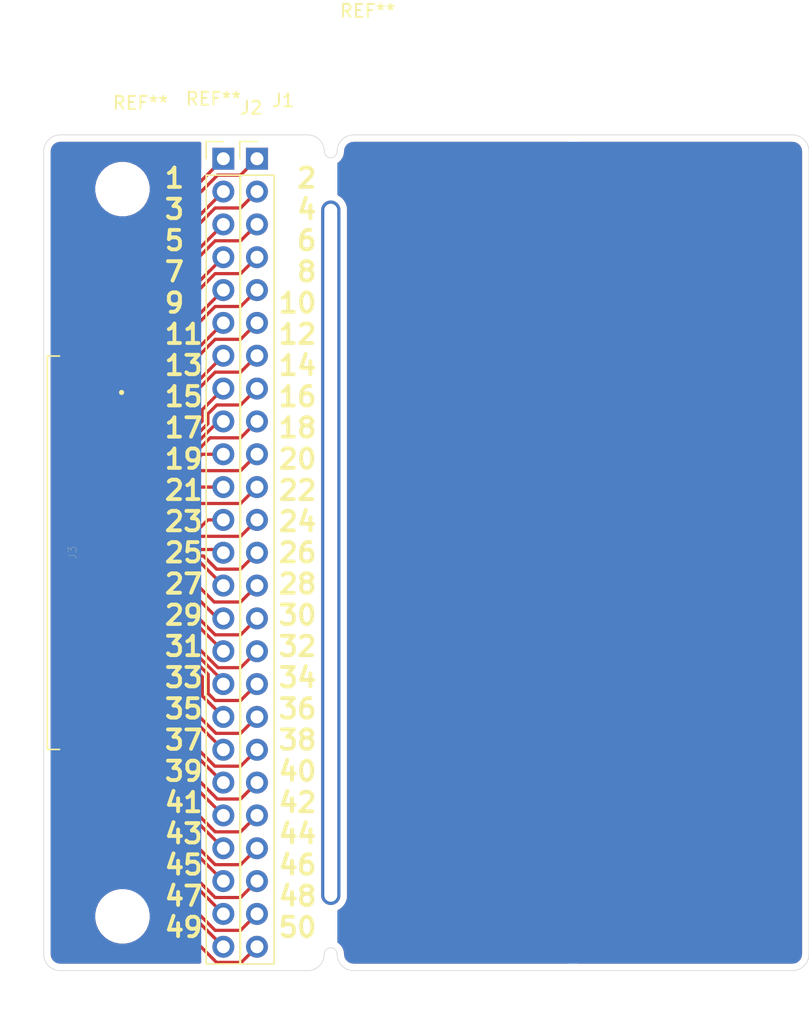
<source format=kicad_pcb>
(kicad_pcb (version 20171130) (host pcbnew "(5.1.6)-1")
  (layers (0 F.Cu signal) (31 B.Cu signal) (34 B.Paste user) (35 F.Paste user) (36 B.SilkS user) (37 F.SilkS user) (38 B.Mask user) (39 F.Mask user) (44 Edge.Cuts user))
  (net 0 "")
  (net 1 "Net-(J1-Pad25)")
  (net 2 "Net-(J1-Pad24)")
  (net 3 "Net-(J1-Pad23)")
  (net 4 "Net-(J1-Pad22)")
  (net 5 "Net-(J1-Pad21)")
  (net 6 "Net-(J1-Pad20)")
  (net 7 "Net-(J1-Pad19)")
  (net 8 "Net-(J1-Pad18)")
  (net 9 "Net-(J1-Pad17)")
  (net 10 "Net-(J1-Pad16)")
  (net 11 "Net-(J1-Pad15)")
  (net 12 "Net-(J1-Pad14)")
  (net 13 "Net-(J1-Pad13)")
  (net 14 "Net-(J1-Pad12)")
  (net 15 "Net-(J1-Pad11)")
  (net 16 "Net-(J1-Pad10)")
  (net 17 "Net-(J1-Pad9)")
  (net 18 "Net-(J1-Pad8)")
  (net 19 "Net-(J1-Pad7)")
  (net 20 "Net-(J1-Pad6)")
  (net 21 "Net-(J1-Pad5)")
  (net 22 "Net-(J1-Pad4)")
  (net 23 "Net-(J1-Pad3)")
  (net 24 "Net-(J1-Pad2)")
  (net 25 "Net-(J1-Pad1)")
  (net 26 "Net-(J2-Pad25)")
  (net 27 "Net-(J2-Pad24)")
  (net 28 "Net-(J2-Pad23)")
  (net 29 "Net-(J2-Pad22)")
  (net 30 "Net-(J2-Pad21)")
  (net 31 "Net-(J2-Pad20)")
  (net 32 "Net-(J2-Pad19)")
  (net 33 "Net-(J2-Pad18)")
  (net 34 "Net-(J2-Pad17)")
  (net 35 "Net-(J2-Pad16)")
  (net 36 "Net-(J2-Pad15)")
  (net 37 "Net-(J2-Pad14)")
  (net 38 "Net-(J2-Pad13)")
  (net 39 "Net-(J2-Pad12)")
  (net 40 "Net-(J2-Pad11)")
  (net 41 "Net-(J2-Pad10)")
  (net 42 "Net-(J2-Pad9)")
  (net 43 "Net-(J2-Pad8)")
  (net 44 "Net-(J2-Pad7)")
  (net 45 "Net-(J2-Pad6)")
  (net 46 "Net-(J2-Pad5)")
  (net 47 "Net-(J2-Pad4)")
  (net 48 "Net-(J2-Pad3)")
  (net 49 "Net-(J2-Pad2)")
  (net 50 "Net-(J2-Pad1)")
  (module "" (layer B.Cu) (at 132.2705 94.9325 270)
    (fp_text reference "" (at 0 0 90) (layer B.SilkS) (effects (font (size 1.27 1.27)) (justify mirror)))
    (fp_text value "" (at 0 0 90) (layer B.SilkS) (effects (font (size 1.27 1.27)) (justify mirror)))
  )
  (module Connector_Wire:SolderWire-0.1sqmm_1x01_D0.4mm_OD1mm (layer F.Cu) (at 113.538 94.9325)
    (fp_text reference REF** (at 2.8575 -41.91) (layer F.SilkS))
    (fp_text value SolderWire-0.1sqmm_1x01_D0.4mm_OD1mm)
    (pad 1 thru_hole oval (at 0 0) (size 1.5 54.5) (drill oval 1 54) (layers *.Cu *.Mask))
  )
  (module MountingHole:MountingHole_3.2mm_M3 (layer F.Cu) (at 97.409 123.063)
    (fp_text reference REF** (at 7.0485 -63.246) (layer F.SilkS))
    (fp_text value MountingHole_3.2mm_M3)
    (pad 1 np_thru_hole circle (at 0 0) (size 3.2 3.2) (drill 3.2) (layers *.Cu *.Mask))
  )
  (module MountingHole:MountingHole_3.2mm_M3 (layer F.Cu) (at 97.409 66.802)
    (fp_text reference REF** (at 1.397 -6.6675) (layer F.SilkS))
    (fp_text value MountingHole_3.2mm_M3)
    (pad 1 np_thru_hole circle (at 0 0) (size 3.2 3.2) (drill 3.2) (layers *.Cu *.Mask))
  )
  (module 5-1734592-0:TE_5-1734592-0 (layer F.Cu) (at 96.139 94.9325 270)
    (fp_text reference J3 (at 0 2.6035 90) (layer F.SilkS) (effects (font (size 0.64 0.64) (thickness 0.015))))
    (fp_text value Conn50)
    (fp_circle (center -12.4 -1.2) (end -12.3 -1.2) (layer F.SilkS) (width 0.2))
    (fp_line (start -15.215 4.55) (end 15.215 4.55) (layer F.SilkS) (width 0.127))
    (fp_line (start 15.215 4.55) (end 15.215 3.6) (layer F.SilkS) (width 0.127))
    (fp_line (start -15.215 4.55) (end -15.215 3.6) (layer F.SilkS) (width 0.127))
    (pad 50 smd rect (at 12.25 0 270) (size 0.3 1.1) (layers F.Cu F.Paste F.Mask) (net 1 "Net-(J1-Pad25)"))
    (pad 49 smd rect (at 11.75 0 270) (size 0.3 1.1) (layers F.Cu F.Paste F.Mask) (net 26 "Net-(J2-Pad25)"))
    (pad 48 smd rect (at 11.25 0 270) (size 0.3 1.1) (layers F.Cu F.Paste F.Mask) (net 2 "Net-(J1-Pad24)"))
    (pad 47 smd rect (at 10.75 0 270) (size 0.3 1.1) (layers F.Cu F.Paste F.Mask) (net 27 "Net-(J2-Pad24)"))
    (pad 46 smd rect (at 10.25 0 270) (size 0.3 1.1) (layers F.Cu F.Paste F.Mask) (net 3 "Net-(J1-Pad23)"))
    (pad 45 smd rect (at 9.75 0 270) (size 0.3 1.1) (layers F.Cu F.Paste F.Mask) (net 28 "Net-(J2-Pad23)"))
    (pad 44 smd rect (at 9.25 0 270) (size 0.3 1.1) (layers F.Cu F.Paste F.Mask) (net 4 "Net-(J1-Pad22)"))
    (pad 43 smd rect (at 8.75 0 270) (size 0.3 1.1) (layers F.Cu F.Paste F.Mask) (net 29 "Net-(J2-Pad22)"))
    (pad 42 smd rect (at 8.25 0 270) (size 0.3 1.1) (layers F.Cu F.Paste F.Mask) (net 5 "Net-(J1-Pad21)"))
    (pad 41 smd rect (at 7.75 0 270) (size 0.3 1.1) (layers F.Cu F.Paste F.Mask) (net 30 "Net-(J2-Pad21)"))
    (pad 40 smd rect (at 7.25 0 270) (size 0.3 1.1) (layers F.Cu F.Paste F.Mask) (net 6 "Net-(J1-Pad20)"))
    (pad 39 smd rect (at 6.75 0 270) (size 0.3 1.1) (layers F.Cu F.Paste F.Mask) (net 31 "Net-(J2-Pad20)"))
    (pad 38 smd rect (at 6.25 0 270) (size 0.3 1.1) (layers F.Cu F.Paste F.Mask) (net 7 "Net-(J1-Pad19)"))
    (pad 37 smd rect (at 5.75 0 270) (size 0.3 1.1) (layers F.Cu F.Paste F.Mask) (net 32 "Net-(J2-Pad19)"))
    (pad 36 smd rect (at 5.25 0 270) (size 0.3 1.1) (layers F.Cu F.Paste F.Mask) (net 8 "Net-(J1-Pad18)"))
    (pad 35 smd rect (at 4.75 0 270) (size 0.3 1.1) (layers F.Cu F.Paste F.Mask) (net 33 "Net-(J2-Pad18)"))
    (pad 34 smd rect (at 4.25 0 270) (size 0.3 1.1) (layers F.Cu F.Paste F.Mask) (net 9 "Net-(J1-Pad17)"))
    (pad 33 smd rect (at 3.75 0 270) (size 0.3 1.1) (layers F.Cu F.Paste F.Mask) (net 34 "Net-(J2-Pad17)"))
    (pad 32 smd rect (at 3.25 0 270) (size 0.3 1.1) (layers F.Cu F.Paste F.Mask) (net 10 "Net-(J1-Pad16)"))
    (pad 31 smd rect (at 2.75 0 270) (size 0.3 1.1) (layers F.Cu F.Paste F.Mask) (net 35 "Net-(J2-Pad16)"))
    (pad 30 smd rect (at 2.25 0 270) (size 0.3 1.1) (layers F.Cu F.Paste F.Mask) (net 11 "Net-(J1-Pad15)"))
    (pad 29 smd rect (at 1.75 0 270) (size 0.3 1.1) (layers F.Cu F.Paste F.Mask) (net 36 "Net-(J2-Pad15)"))
    (pad 28 smd rect (at 1.25 0 270) (size 0.3 1.1) (layers F.Cu F.Paste F.Mask) (net 12 "Net-(J1-Pad14)"))
    (pad 27 smd rect (at 0.75 0 270) (size 0.3 1.1) (layers F.Cu F.Paste F.Mask) (net 37 "Net-(J2-Pad14)"))
    (pad 26 smd rect (at 0.25 0 270) (size 0.3 1.1) (layers F.Cu F.Paste F.Mask) (net 13 "Net-(J1-Pad13)"))
    (pad 25 smd rect (at -0.25 0 270) (size 0.3 1.1) (layers F.Cu F.Paste F.Mask) (net 38 "Net-(J2-Pad13)"))
    (pad 24 smd rect (at -0.75 0 270) (size 0.3 1.1) (layers F.Cu F.Paste F.Mask) (net 14 "Net-(J1-Pad12)"))
    (pad 23 smd rect (at -1.25 0 270) (size 0.3 1.1) (layers F.Cu F.Paste F.Mask) (net 39 "Net-(J2-Pad12)"))
    (pad 22 smd rect (at -1.75 0 270) (size 0.3 1.1) (layers F.Cu F.Paste F.Mask) (net 15 "Net-(J1-Pad11)"))
    (pad 21 smd rect (at -2.25 0 270) (size 0.3 1.1) (layers F.Cu F.Paste F.Mask) (net 40 "Net-(J2-Pad11)"))
    (pad 20 smd rect (at -2.75 0 270) (size 0.3 1.1) (layers F.Cu F.Paste F.Mask) (net 16 "Net-(J1-Pad10)"))
    (pad 19 smd rect (at -3.25 0 270) (size 0.3 1.1) (layers F.Cu F.Paste F.Mask) (net 41 "Net-(J2-Pad10)"))
    (pad 18 smd rect (at -3.75 0 270) (size 0.3 1.1) (layers F.Cu F.Paste F.Mask) (net 17 "Net-(J1-Pad9)"))
    (pad 17 smd rect (at -4.25 0 270) (size 0.3 1.1) (layers F.Cu F.Paste F.Mask) (net 42 "Net-(J2-Pad9)"))
    (pad 16 smd rect (at -4.75 0 270) (size 0.3 1.1) (layers F.Cu F.Paste F.Mask) (net 18 "Net-(J1-Pad8)"))
    (pad 15 smd rect (at -5.25 0 270) (size 0.3 1.1) (layers F.Cu F.Paste F.Mask) (net 43 "Net-(J2-Pad8)"))
    (pad 14 smd rect (at -5.75 0 270) (size 0.3 1.1) (layers F.Cu F.Paste F.Mask) (net 19 "Net-(J1-Pad7)"))
    (pad 13 smd rect (at -6.25 0 270) (size 0.3 1.1) (layers F.Cu F.Paste F.Mask) (net 44 "Net-(J2-Pad7)"))
    (pad 12 smd rect (at -6.75 0 270) (size 0.3 1.1) (layers F.Cu F.Paste F.Mask) (net 20 "Net-(J1-Pad6)"))
    (pad 11 smd rect (at -7.25 0 270) (size 0.3 1.1) (layers F.Cu F.Paste F.Mask) (net 45 "Net-(J2-Pad6)"))
    (pad 10 smd rect (at -7.75 0 270) (size 0.3 1.1) (layers F.Cu F.Paste F.Mask) (net 21 "Net-(J1-Pad5)"))
    (pad 9 smd rect (at -8.25 0 270) (size 0.3 1.1) (layers F.Cu F.Paste F.Mask) (net 46 "Net-(J2-Pad5)"))
    (pad 8 smd rect (at -8.75 0 270) (size 0.3 1.1) (layers F.Cu F.Paste F.Mask) (net 22 "Net-(J1-Pad4)"))
    (pad 7 smd rect (at -9.25 0 270) (size 0.3 1.1) (layers F.Cu F.Paste F.Mask) (net 47 "Net-(J2-Pad4)"))
    (pad S1 smd rect (at -13.92 1.7 270) (size 2.3 3.1) (layers F.Cu F.Paste F.Mask))
    (pad S2 smd rect (at 13.92 1.7 270) (size 2.3 3.1) (layers F.Cu F.Paste F.Mask))
    (pad 6 smd rect (at -9.75 0 270) (size 0.3 1.1) (layers F.Cu F.Paste F.Mask) (net 23 "Net-(J1-Pad3)"))
    (pad 5 smd rect (at -10.25 0 270) (size 0.3 1.1) (layers F.Cu F.Paste F.Mask) (net 48 "Net-(J2-Pad3)"))
    (pad 4 smd rect (at -10.75 0 270) (size 0.3 1.1) (layers F.Cu F.Paste F.Mask) (net 24 "Net-(J1-Pad2)"))
    (pad 3 smd rect (at -11.25 0 270) (size 0.3 1.1) (layers F.Cu F.Paste F.Mask) (net 49 "Net-(J2-Pad2)"))
    (pad 2 smd rect (at -11.75 0 270) (size 0.3 1.1) (layers F.Cu F.Paste F.Mask) (net 25 "Net-(J1-Pad1)"))
    (pad 1 smd rect (at -12.25 0 270) (size 0.3 1.1) (layers F.Cu F.Paste F.Mask) (net 50 "Net-(J2-Pad1)"))
  )
  (module Connector_PinHeader_2.54mm:PinHeader_1x25_P2.54mm_Vertical (layer F.Cu) (at 105.2195 64.4525)
    (fp_text reference J2 (at 2.159 -3.937) (layer F.SilkS))
    (fp_text value Conn_01x25)
    (fp_line (start -1.33 62.29) (end 1.33 62.29) (layer F.SilkS) (width 0.12))
    (fp_line (start -1.33 1.27) (end -1.33 62.29) (layer F.SilkS) (width 0.12))
    (fp_line (start 1.33 1.27) (end 1.33 62.29) (layer F.SilkS) (width 0.12))
    (fp_line (start -1.33 1.27) (end 1.33 1.27) (layer F.SilkS) (width 0.12))
    (fp_line (start -1.33 0) (end -1.33 -1.33) (layer F.SilkS) (width 0.12))
    (fp_line (start -1.33 -1.33) (end 0 -1.33) (layer F.SilkS) (width 0.12))
    (pad 25 thru_hole oval (at 0 60.96) (size 1.7 1.7) (drill 1) (layers *.Cu *.Mask) (net 26 "Net-(J2-Pad25)"))
    (pad 24 thru_hole oval (at 0 58.42) (size 1.7 1.7) (drill 1) (layers *.Cu *.Mask) (net 27 "Net-(J2-Pad24)"))
    (pad 23 thru_hole oval (at 0 55.88) (size 1.7 1.7) (drill 1) (layers *.Cu *.Mask) (net 28 "Net-(J2-Pad23)"))
    (pad 22 thru_hole oval (at 0 53.34) (size 1.7 1.7) (drill 1) (layers *.Cu *.Mask) (net 29 "Net-(J2-Pad22)"))
    (pad 21 thru_hole oval (at 0 50.8) (size 1.7 1.7) (drill 1) (layers *.Cu *.Mask) (net 30 "Net-(J2-Pad21)"))
    (pad 20 thru_hole oval (at 0 48.26) (size 1.7 1.7) (drill 1) (layers *.Cu *.Mask) (net 31 "Net-(J2-Pad20)"))
    (pad 19 thru_hole oval (at 0 45.72) (size 1.7 1.7) (drill 1) (layers *.Cu *.Mask) (net 32 "Net-(J2-Pad19)"))
    (pad 18 thru_hole oval (at 0 43.18) (size 1.7 1.7) (drill 1) (layers *.Cu *.Mask) (net 33 "Net-(J2-Pad18)"))
    (pad 17 thru_hole oval (at 0 40.64) (size 1.7 1.7) (drill 1) (layers *.Cu *.Mask) (net 34 "Net-(J2-Pad17)"))
    (pad 16 thru_hole oval (at 0 38.1) (size 1.7 1.7) (drill 1) (layers *.Cu *.Mask) (net 35 "Net-(J2-Pad16)"))
    (pad 15 thru_hole oval (at 0 35.56) (size 1.7 1.7) (drill 1) (layers *.Cu *.Mask) (net 36 "Net-(J2-Pad15)"))
    (pad 14 thru_hole oval (at 0 33.02) (size 1.7 1.7) (drill 1) (layers *.Cu *.Mask) (net 37 "Net-(J2-Pad14)"))
    (pad 13 thru_hole oval (at 0 30.48) (size 1.7 1.7) (drill 1) (layers *.Cu *.Mask) (net 38 "Net-(J2-Pad13)"))
    (pad 12 thru_hole oval (at 0 27.94) (size 1.7 1.7) (drill 1) (layers *.Cu *.Mask) (net 39 "Net-(J2-Pad12)"))
    (pad 11 thru_hole oval (at 0 25.4) (size 1.7 1.7) (drill 1) (layers *.Cu *.Mask) (net 40 "Net-(J2-Pad11)"))
    (pad 10 thru_hole oval (at 0 22.86) (size 1.7 1.7) (drill 1) (layers *.Cu *.Mask) (net 41 "Net-(J2-Pad10)"))
    (pad 9 thru_hole oval (at 0 20.32) (size 1.7 1.7) (drill 1) (layers *.Cu *.Mask) (net 42 "Net-(J2-Pad9)"))
    (pad 8 thru_hole oval (at 0 17.78) (size 1.7 1.7) (drill 1) (layers *.Cu *.Mask) (net 43 "Net-(J2-Pad8)"))
    (pad 7 thru_hole oval (at 0 15.24) (size 1.7 1.7) (drill 1) (layers *.Cu *.Mask) (net 44 "Net-(J2-Pad7)"))
    (pad 6 thru_hole oval (at 0 12.7) (size 1.7 1.7) (drill 1) (layers *.Cu *.Mask) (net 45 "Net-(J2-Pad6)"))
    (pad 5 thru_hole oval (at 0 10.16) (size 1.7 1.7) (drill 1) (layers *.Cu *.Mask) (net 46 "Net-(J2-Pad5)"))
    (pad 4 thru_hole oval (at 0 7.62) (size 1.7 1.7) (drill 1) (layers *.Cu *.Mask) (net 47 "Net-(J2-Pad4)"))
    (pad 3 thru_hole oval (at 0 5.08) (size 1.7 1.7) (drill 1) (layers *.Cu *.Mask) (net 48 "Net-(J2-Pad3)"))
    (pad 2 thru_hole oval (at 0 2.54) (size 1.7 1.7) (drill 1) (layers *.Cu *.Mask) (net 49 "Net-(J2-Pad2)"))
    (pad 1 thru_hole rect (at 0 0) (size 1.7 1.7) (drill 1) (layers *.Cu *.Mask) (net 50 "Net-(J2-Pad1)"))
  )
  (module Connector_PinHeader_2.54mm:PinHeader_1x25_P2.54mm_Vertical (layer F.Cu) (at 107.823 64.4525)
    (fp_text reference J1 (at 2.032 -4.5085) (layer F.SilkS))
    (fp_text value Conn_01x25)
    (fp_line (start -1.33 62.29) (end 1.33 62.29) (layer F.SilkS) (width 0.12))
    (fp_line (start -1.33 1.27) (end -1.33 62.29) (layer F.SilkS) (width 0.12))
    (fp_line (start 1.33 1.27) (end 1.33 62.29) (layer F.SilkS) (width 0.12))
    (fp_line (start -1.33 1.27) (end 1.33 1.27) (layer F.SilkS) (width 0.12))
    (fp_line (start -1.33 0) (end -1.33 -1.33) (layer F.SilkS) (width 0.12))
    (fp_line (start -1.33 -1.33) (end 0 -1.33) (layer F.SilkS) (width 0.12))
    (pad 25 thru_hole oval (at 0 60.96) (size 1.7 1.7) (drill 1) (layers *.Cu *.Mask) (net 1 "Net-(J1-Pad25)"))
    (pad 24 thru_hole oval (at 0 58.42) (size 1.7 1.7) (drill 1) (layers *.Cu *.Mask) (net 2 "Net-(J1-Pad24)"))
    (pad 23 thru_hole oval (at 0 55.88) (size 1.7 1.7) (drill 1) (layers *.Cu *.Mask) (net 3 "Net-(J1-Pad23)"))
    (pad 22 thru_hole oval (at 0 53.34) (size 1.7 1.7) (drill 1) (layers *.Cu *.Mask) (net 4 "Net-(J1-Pad22)"))
    (pad 21 thru_hole oval (at 0 50.8) (size 1.7 1.7) (drill 1) (layers *.Cu *.Mask) (net 5 "Net-(J1-Pad21)"))
    (pad 20 thru_hole oval (at 0 48.26) (size 1.7 1.7) (drill 1) (layers *.Cu *.Mask) (net 6 "Net-(J1-Pad20)"))
    (pad 19 thru_hole oval (at 0 45.72) (size 1.7 1.7) (drill 1) (layers *.Cu *.Mask) (net 7 "Net-(J1-Pad19)"))
    (pad 18 thru_hole oval (at 0 43.18) (size 1.7 1.7) (drill 1) (layers *.Cu *.Mask) (net 8 "Net-(J1-Pad18)"))
    (pad 17 thru_hole oval (at 0 40.64) (size 1.7 1.7) (drill 1) (layers *.Cu *.Mask) (net 9 "Net-(J1-Pad17)"))
    (pad 16 thru_hole oval (at 0 38.1) (size 1.7 1.7) (drill 1) (layers *.Cu *.Mask) (net 10 "Net-(J1-Pad16)"))
    (pad 15 thru_hole oval (at 0 35.56) (size 1.7 1.7) (drill 1) (layers *.Cu *.Mask) (net 11 "Net-(J1-Pad15)"))
    (pad 14 thru_hole oval (at 0 33.02) (size 1.7 1.7) (drill 1) (layers *.Cu *.Mask) (net 12 "Net-(J1-Pad14)"))
    (pad 13 thru_hole oval (at 0 30.48) (size 1.7 1.7) (drill 1) (layers *.Cu *.Mask) (net 13 "Net-(J1-Pad13)"))
    (pad 12 thru_hole oval (at 0 27.94) (size 1.7 1.7) (drill 1) (layers *.Cu *.Mask) (net 14 "Net-(J1-Pad12)"))
    (pad 11 thru_hole oval (at 0 25.4) (size 1.7 1.7) (drill 1) (layers *.Cu *.Mask) (net 15 "Net-(J1-Pad11)"))
    (pad 10 thru_hole oval (at 0 22.86) (size 1.7 1.7) (drill 1) (layers *.Cu *.Mask) (net 16 "Net-(J1-Pad10)"))
    (pad 9 thru_hole oval (at 0 20.32) (size 1.7 1.7) (drill 1) (layers *.Cu *.Mask) (net 17 "Net-(J1-Pad9)"))
    (pad 8 thru_hole oval (at 0 17.78) (size 1.7 1.7) (drill 1) (layers *.Cu *.Mask) (net 18 "Net-(J1-Pad8)"))
    (pad 7 thru_hole oval (at 0 15.24) (size 1.7 1.7) (drill 1) (layers *.Cu *.Mask) (net 19 "Net-(J1-Pad7)"))
    (pad 6 thru_hole oval (at 0 12.7) (size 1.7 1.7) (drill 1) (layers *.Cu *.Mask) (net 20 "Net-(J1-Pad6)"))
    (pad 5 thru_hole oval (at 0 10.16) (size 1.7 1.7) (drill 1) (layers *.Cu *.Mask) (net 21 "Net-(J1-Pad5)"))
    (pad 4 thru_hole oval (at 0 7.62) (size 1.7 1.7) (drill 1) (layers *.Cu *.Mask) (net 22 "Net-(J1-Pad4)"))
    (pad 3 thru_hole oval (at 0 5.08) (size 1.7 1.7) (drill 1) (layers *.Cu *.Mask) (net 23 "Net-(J1-Pad3)"))
    (pad 2 thru_hole oval (at 0 2.54) (size 1.7 1.7) (drill 1) (layers *.Cu *.Mask) (net 24 "Net-(J1-Pad2)"))
    (pad 1 thru_hole rect (at 0 0) (size 1.7 1.7) (drill 1) (layers *.Cu *.Mask) (net 25 "Net-(J1-Pad1)"))
  )
  (gr_line (start 150.5585 63.881) (end 150.5585 125.984) (layer Edge.Cuts) (width 0.05))
  (gr_arc (start 149.2885 125.984) (end 149.2885 127.254) (angle -90) (layer Edge.Cuts) (width 0.05))
  (gr_line (start 115.3 127.254) (end 149.2885 127.254) (layer Edge.Cuts) (width 0.05))
  (gr_arc (start 149.2885 63.881) (end 150.5585 63.881) (angle -90) (layer Edge.Cuts) (width 0.05))
  (gr_line (start 115.3 62.611) (end 149.2885 62.611) (layer Edge.Cuts) (width 0.05))
  (gr_arc (start 115.3 125.984) (end 114.03 125.984) (angle -90) (layer Edge.Cuts) (width 0.05))
  (gr_arc (start 115.3 63.881) (end 115.3 62.611) (angle -90) (layer Edge.Cuts) (width 0.05))
  (gr_arc (start 113.53 125.984) (end 114.03 125.984) (angle -180) (layer Edge.Cuts) (width 0.05))
  (gr_arc (start 113.53 63.881) (end 113.03 63.881) (angle -180) (layer Edge.Cuts) (width 0.05))
  (gr_arc (start 111.76 125.984) (end 111.76 127.254) (angle -90) (layer Edge.Cuts) (width 0.05))
  (gr_arc (start 92.583 125.984) (end 91.313 125.984) (angle -90) (layer Edge.Cuts) (width 0.05))
  (gr_arc (start 111.76 63.881) (end 113.03 63.881) (angle -90) (layer Edge.Cuts) (width 0.05))
  (gr_arc (start 92.583 63.881) (end 92.583 62.611) (angle -90) (layer Edge.Cuts) (width 0.05))
  (gr_text "2\n4\n6\n8\n10\n12\n14\n16\n18\n20\n22\n24\n26\n28\n30\n32\n34\n36\n38\n40\n42\n44\n46\n48\n50" (at 112.5855 94.9325) (layer F.SilkS) (effects (font (size 1.5 1.5) (thickness 0.3)) (justify right)))
  (gr_text "1\n3\n5\n7\n9\n11\n13\n15\n17\n19\n21\n23\n25\n27\n29\n31\n33\n35\n37\n39\n41\n43\n45\n47\n49" (at 100.5205 94.9325) (layer F.SilkS) (effects (font (size 1.5 1.5) (thickness 0.3)) (justify left)))
  (gr_line (start 92.583 127.254) (end 111.76 127.254) (layer Edge.Cuts) (width 0.05))
  (gr_line (start 91.313 63.881) (end 91.313 125.984) (layer Edge.Cuts) (width 0.05))
  (gr_line (start 111.76 62.611) (end 92.583 62.611) (layer Edge.Cuts) (width 0.05))
  (segment (start 96.699368 107.1825) (end 96.692569 107.1825) (width 0.25) (layer F.Cu) (net 1))
  (segment (start 106.6165 126.619) (end 104.686998 126.619) (width 0.25) (layer F.Cu) (net 1))
  (segment (start 107.823 125.4125) (end 106.6165 126.619) (width 0.25) (layer F.Cu) (net 1))
  (segment (start 96.692569 107.1825) (end 96.0755 107.1825) (width 0.25) (layer F.Cu) (net 1))
  (segment (start 96.8375 118.769502) (end 96.8375 107.320634) (width 0.25) (layer F.Cu) (net 1))
  (segment (start 104.686998 126.619) (end 96.8375 118.769502) (width 0.25) (layer F.Cu) (net 1))
  (segment (start 96.8375 107.320634) (end 96.699368 107.1825) (width 0.25) (layer F.Cu) (net 1))
  (segment (start 97.737522 106.947842) (end 97.737522 117.294112) (width 0.25) (layer F.Cu) (net 2))
  (segment (start 96.0755 106.1825) (end 96.972179 106.1825) (width 0.25) (layer F.Cu) (net 2))
  (segment (start 106.553 124.1425) (end 107.823 122.8725) (width 0.25) (layer F.Cu) (net 2))
  (segment (start 96.972179 106.1825) (end 97.737522 106.947842) (width 0.25) (layer F.Cu) (net 2))
  (segment (start 97.737522 117.294112) (end 104.58591 124.1425) (width 0.25) (layer F.Cu) (net 2))
  (segment (start 104.58591 124.1425) (end 106.553 124.1425) (width 0.25) (layer F.Cu) (net 2))
  (segment (start 98.637544 106.575043) (end 98.637544 115.654839) (width 0.25) (layer F.Cu) (net 3))
  (segment (start 98.637544 115.654839) (end 104.585205 121.6025) (width 0.25) (layer F.Cu) (net 3))
  (segment (start 97.245001 105.1825) (end 98.637544 106.575043) (width 0.25) (layer F.Cu) (net 3))
  (segment (start 104.585205 121.6025) (end 106.553 121.6025) (width 0.25) (layer F.Cu) (net 3))
  (segment (start 96.5835 105.1825) (end 97.245001 105.1825) (width 0.25) (layer F.Cu) (net 3))
  (segment (start 106.553 121.6025) (end 107.823 120.3325) (width 0.25) (layer F.Cu) (net 3))
  (segment (start 97.517824 104.1825) (end 99.544389 106.209066) (width 0.25) (layer F.Cu) (net 4))
  (segment (start 99.544389 106.209066) (end 99.544389 114.020979) (width 0.25) (layer F.Cu) (net 4))
  (segment (start 104.58591 119.0625) (end 106.553 119.0625) (width 0.25) (layer F.Cu) (net 4))
  (segment (start 96.5835 104.1825) (end 97.517824 104.1825) (width 0.25) (layer F.Cu) (net 4))
  (segment (start 99.544389 114.020979) (end 104.58591 119.0625) (width 0.25) (layer F.Cu) (net 4))
  (segment (start 106.553 119.0625) (end 107.823 117.7925) (width 0.25) (layer F.Cu) (net 4))
  (segment (start 106.553 116.5225) (end 107.823 115.2525) (width 0.25) (layer F.Cu) (net 5))
  (segment (start 97.790646 103.1825) (end 100.444411 105.836265) (width 0.25) (layer F.Cu) (net 5))
  (segment (start 104.58591 116.5225) (end 106.553 116.5225) (width 0.25) (layer F.Cu) (net 5))
  (segment (start 96.5835 103.1825) (end 97.790646 103.1825) (width 0.25) (layer F.Cu) (net 5))
  (segment (start 100.444411 105.836265) (end 100.444411 112.381001) (width 0.25) (layer F.Cu) (net 5))
  (segment (start 100.444411 112.381001) (end 104.58591 116.5225) (width 0.25) (layer F.Cu) (net 5))
  (segment (start 106.553 113.9825) (end 107.823 112.7125) (width 0.25) (layer F.Cu) (net 6))
  (segment (start 98.063469 102.1825) (end 101.344433 105.463464) (width 0.25) (layer F.Cu) (net 6))
  (segment (start 96.5835 102.1825) (end 98.063469 102.1825) (width 0.25) (layer F.Cu) (net 6))
  (segment (start 101.344433 105.463464) (end 101.344433 110.576435) (width 0.25) (layer F.Cu) (net 6))
  (segment (start 101.344433 110.576435) (end 104.750498 113.9825) (width 0.25) (layer F.Cu) (net 6))
  (segment (start 104.750498 113.9825) (end 106.553 113.9825) (width 0.25) (layer F.Cu) (net 6))
  (segment (start 106.553 111.4425) (end 107.823 110.1725) (width 0.25) (layer F.Cu) (net 7))
  (segment (start 98.336292 101.1825) (end 102.244455 105.090663) (width 0.25) (layer F.Cu) (net 7))
  (segment (start 96.5835 101.1825) (end 98.336292 101.1825) (width 0.25) (layer F.Cu) (net 7))
  (segment (start 102.244455 105.090663) (end 102.244455 109.126455) (width 0.25) (layer F.Cu) (net 7))
  (segment (start 102.244455 109.126455) (end 104.5605 111.4425) (width 0.25) (layer F.Cu) (net 7))
  (segment (start 104.5605 111.4425) (end 106.553 111.4425) (width 0.25) (layer F.Cu) (net 7))
  (segment (start 106.553 108.9025) (end 107.823 107.6325) (width 0.25) (layer F.Cu) (net 8))
  (segment (start 98.609114 100.1825) (end 103.144477 104.717865) (width 0.25) (layer F.Cu) (net 8))
  (segment (start 96.5835 100.1825) (end 98.609114 100.1825) (width 0.25) (layer F.Cu) (net 8))
  (segment (start 103.144477 104.717865) (end 103.144477 107.398977) (width 0.25) (layer F.Cu) (net 8))
  (segment (start 104.648 108.9025) (end 106.553 108.9025) (width 0.25) (layer F.Cu) (net 8))
  (segment (start 103.144477 107.398977) (end 104.648 108.9025) (width 0.25) (layer F.Cu) (net 8))
  (segment (start 104.044499 105.822499) (end 104.5845 106.3625) (width 0.25) (layer F.Cu) (net 9))
  (segment (start 104.5845 106.3625) (end 106.553 106.3625) (width 0.25) (layer F.Cu) (net 9))
  (segment (start 98.881934 99.1825) (end 104.044499 104.345065) (width 0.25) (layer F.Cu) (net 9))
  (segment (start 104.044499 104.345065) (end 104.044499 105.822499) (width 0.25) (layer F.Cu) (net 9))
  (segment (start 106.553 106.3625) (end 107.823 105.0925) (width 0.25) (layer F.Cu) (net 9))
  (segment (start 96.5835 99.1825) (end 98.881934 99.1825) (width 0.25) (layer F.Cu) (net 9))
  (segment (start 104.794754 103.8225) (end 106.553 103.8225) (width 0.25) (layer F.Cu) (net 10))
  (segment (start 96.5835 98.1825) (end 99.154754 98.1825) (width 0.25) (layer F.Cu) (net 10))
  (segment (start 106.553 103.8225) (end 107.823 102.5525) (width 0.25) (layer F.Cu) (net 10))
  (segment (start 99.154754 98.1825) (end 104.794754 103.8225) (width 0.25) (layer F.Cu) (net 10))
  (segment (start 100.48591 97.1825) (end 104.58591 101.2825) (width 0.25) (layer F.Cu) (net 11))
  (segment (start 104.58591 101.2825) (end 106.553 101.2825) (width 0.25) (layer F.Cu) (net 11))
  (segment (start 96.5835 97.1825) (end 100.48591 97.1825) (width 0.25) (layer F.Cu) (net 11))
  (segment (start 106.553 101.2825) (end 107.823 100.0125) (width 0.25) (layer F.Cu) (net 11))
  (segment (start 106.553 98.7425) (end 107.823 97.4725) (width 0.25) (layer F.Cu) (net 12))
  (segment (start 104.508749 98.7425) (end 106.553 98.7425) (width 0.25) (layer F.Cu) (net 12))
  (segment (start 96.5835 96.1825) (end 101.948749 96.1825) (width 0.25) (layer F.Cu) (net 12))
  (segment (start 101.948749 96.1825) (end 104.508749 98.7425) (width 0.25) (layer F.Cu) (net 12))
  (segment (start 104.699249 96.2025) (end 106.553 96.2025) (width 0.25) (layer F.Cu) (net 13))
  (segment (start 96.5835 95.1825) (end 103.679249 95.1825) (width 0.25) (layer F.Cu) (net 13))
  (segment (start 106.553 96.2025) (end 107.823 94.9325) (width 0.25) (layer F.Cu) (net 13))
  (segment (start 103.679249 95.1825) (end 104.699249 96.2025) (width 0.25) (layer F.Cu) (net 13))
  (segment (start 106.553 93.6625) (end 107.823 92.3925) (width 0.25) (layer F.Cu) (net 14))
  (segment (start 100.457 93.6625) (end 106.553 93.6625) (width 0.25) (layer F.Cu) (net 14))
  (segment (start 96.5835 94.1825) (end 99.937 94.1825) (width 0.25) (layer F.Cu) (net 14))
  (segment (start 99.937 94.1825) (end 100.457 93.6625) (width 0.25) (layer F.Cu) (net 14))
  (segment (start 101.6635 91.1225) (end 106.553 91.1225) (width 0.25) (layer F.Cu) (net 15))
  (segment (start 96.5835 93.1825) (end 99.60209 93.1825) (width 0.25) (layer F.Cu) (net 15))
  (segment (start 99.60209 93.1825) (end 100.022111 92.762478) (width 0.25) (layer F.Cu) (net 15))
  (segment (start 100.022111 92.762478) (end 100.023522 92.762478) (width 0.25) (layer F.Cu) (net 15))
  (segment (start 100.023522 92.762478) (end 101.6635 91.1225) (width 0.25) (layer F.Cu) (net 15))
  (segment (start 106.553 91.1225) (end 107.823 89.8525) (width 0.25) (layer F.Cu) (net 15))
  (segment (start 99.329268 92.1825) (end 99.649311 91.862456) (width 0.25) (layer F.Cu) (net 16))
  (segment (start 102.930679 88.5825) (end 106.553 88.5825) (width 0.25) (layer F.Cu) (net 16))
  (segment (start 96.5835 92.1825) (end 99.329268 92.1825) (width 0.25) (layer F.Cu) (net 16))
  (segment (start 106.553 88.5825) (end 107.823 87.3125) (width 0.25) (layer F.Cu) (net 16))
  (segment (start 99.650723 91.862456) (end 102.930679 88.5825) (width 0.25) (layer F.Cu) (net 16))
  (segment (start 99.649311 91.862456) (end 99.650723 91.862456) (width 0.25) (layer F.Cu) (net 16))
  (segment (start 99.277923 90.962434) (end 104.197857 86.0425) (width 0.25) (layer F.Cu) (net 17))
  (segment (start 104.197857 86.0425) (end 106.553 86.0425) (width 0.25) (layer F.Cu) (net 17))
  (segment (start 96.5835 91.1825) (end 99.056445 91.1825) (width 0.25) (layer F.Cu) (net 17))
  (segment (start 106.553 86.0425) (end 107.823 84.7725) (width 0.25) (layer F.Cu) (net 17))
  (segment (start 99.056445 91.1825) (end 99.276511 90.962434) (width 0.25) (layer F.Cu) (net 17))
  (segment (start 99.276511 90.962434) (end 99.277923 90.962434) (width 0.25) (layer F.Cu) (net 17))
  (segment (start 96.5835 90.1825) (end 98.783623 90.1825) (width 0.25) (layer F.Cu) (net 18))
  (segment (start 104.021143 84.194268) (end 104.712911 83.5025) (width 0.25) (layer F.Cu) (net 18))
  (segment (start 104.712911 83.5025) (end 106.553 83.5025) (width 0.25) (layer F.Cu) (net 18))
  (segment (start 98.783623 90.1825) (end 98.903711 90.062412) (width 0.25) (layer F.Cu) (net 18))
  (segment (start 106.553 83.5025) (end 107.823 82.2325) (width 0.25) (layer F.Cu) (net 18))
  (segment (start 104.021143 84.946392) (end 104.021143 84.194268) (width 0.25) (layer F.Cu) (net 18))
  (segment (start 98.905123 90.062412) (end 104.021143 84.946392) (width 0.25) (layer F.Cu) (net 18))
  (segment (start 98.903711 90.062412) (end 98.905123 90.062412) (width 0.25) (layer F.Cu) (net 18))
  (segment (start 96.5835 89.1825) (end 98.512213 89.1825) (width 0.25) (layer F.Cu) (net 19))
  (segment (start 98.512213 89.1825) (end 103.121121 84.573592) (width 0.25) (layer F.Cu) (net 19))
  (segment (start 103.121121 84.573592) (end 103.121121 82.427289) (width 0.25) (layer F.Cu) (net 19))
  (segment (start 103.121121 82.427289) (end 104.58591 80.9625) (width 0.25) (layer F.Cu) (net 19))
  (segment (start 104.58591 80.9625) (end 106.553 80.9625) (width 0.25) (layer F.Cu) (net 19))
  (segment (start 106.553 80.9625) (end 107.823 79.6925) (width 0.25) (layer F.Cu) (net 19))
  (segment (start 106.553 78.4225) (end 107.823 77.1525) (width 0.25) (layer F.Cu) (net 20))
  (segment (start 102.221099 80.787311) (end 104.58591 78.4225) (width 0.25) (layer F.Cu) (net 20))
  (segment (start 104.58591 78.4225) (end 106.553 78.4225) (width 0.25) (layer F.Cu) (net 20))
  (segment (start 102.221099 84.200792) (end 102.221099 80.787311) (width 0.25) (layer F.Cu) (net 20))
  (segment (start 98.239391 88.1825) (end 102.221099 84.200792) (width 0.25) (layer F.Cu) (net 20))
  (segment (start 96.5835 88.1825) (end 98.239391 88.1825) (width 0.25) (layer F.Cu) (net 20))
  (segment (start 104.58591 75.8825) (end 106.553 75.8825) (width 0.25) (layer F.Cu) (net 21))
  (segment (start 106.553 75.8825) (end 107.823 74.6125) (width 0.25) (layer F.Cu) (net 21))
  (segment (start 101.321077 79.147333) (end 104.58591 75.8825) (width 0.25) (layer F.Cu) (net 21))
  (segment (start 101.321077 83.827992) (end 101.321077 79.147333) (width 0.25) (layer F.Cu) (net 21))
  (segment (start 97.966569 87.1825) (end 101.321077 83.827992) (width 0.25) (layer F.Cu) (net 21))
  (segment (start 96.5835 87.1825) (end 97.966569 87.1825) (width 0.25) (layer F.Cu) (net 21))
  (segment (start 104.58591 73.3425) (end 106.553 73.3425) (width 0.25) (layer F.Cu) (net 22))
  (segment (start 100.421055 77.507355) (end 104.58591 73.3425) (width 0.25) (layer F.Cu) (net 22))
  (segment (start 106.553 73.3425) (end 107.823 72.0725) (width 0.25) (layer F.Cu) (net 22))
  (segment (start 100.421055 83.455192) (end 100.421055 77.507355) (width 0.25) (layer F.Cu) (net 22))
  (segment (start 97.693747 86.1825) (end 100.421055 83.455192) (width 0.25) (layer F.Cu) (net 22))
  (segment (start 96.5835 86.1825) (end 97.693747 86.1825) (width 0.25) (layer F.Cu) (net 22))
  (segment (start 99.521033 83.082392) (end 99.521033 75.867377) (width 0.25) (layer F.Cu) (net 23))
  (segment (start 99.521033 75.867377) (end 104.58591 70.8025) (width 0.25) (layer F.Cu) (net 23))
  (segment (start 97.420925 85.1825) (end 99.521033 83.082392) (width 0.25) (layer F.Cu) (net 23))
  (segment (start 106.553 70.8025) (end 107.823 69.5325) (width 0.25) (layer F.Cu) (net 23))
  (segment (start 96.5835 85.1825) (end 97.420925 85.1825) (width 0.25) (layer F.Cu) (net 23))
  (segment (start 104.58591 70.8025) (end 106.553 70.8025) (width 0.25) (layer F.Cu) (net 23))
  (segment (start 98.621011 74.227399) (end 104.58591 68.2625) (width 0.25) (layer F.Cu) (net 24))
  (segment (start 104.58591 68.2625) (end 106.553 68.2625) (width 0.25) (layer F.Cu) (net 24))
  (segment (start 96.5835 84.1825) (end 97.148103 84.1825) (width 0.25) (layer F.Cu) (net 24))
  (segment (start 97.148103 84.1825) (end 98.621011 82.709592) (width 0.25) (layer F.Cu) (net 24))
  (segment (start 98.621011 82.709592) (end 98.621011 74.227399) (width 0.25) (layer F.Cu) (net 24))
  (segment (start 106.553 68.2625) (end 107.823 66.9925) (width 0.25) (layer F.Cu) (net 24))
  (segment (start 96.5835 83.1825) (end 96.841411 83.1825) (width 0.25) (layer F.Cu) (net 25))
  (segment (start 96.841411 83.1825) (end 97.668511 82.3554) (width 0.25) (layer F.Cu) (net 25))
  (segment (start 97.668511 82.3554) (end 97.668511 72.828988) (width 0.25) (layer F.Cu) (net 25))
  (segment (start 97.668511 72.828988) (end 104.774999 65.7225) (width 0.25) (layer F.Cu) (net 25))
  (segment (start 104.774999 65.7225) (end 106.553 65.7225) (width 0.25) (layer F.Cu) (net 25))
  (segment (start 106.553 65.7225) (end 107.823 64.4525) (width 0.25) (layer F.Cu) (net 25))
  (segment (start 96.835769 106.6825) (end 97.287511 107.134242) (width 0.25) (layer F.Cu) (net 26))
  (segment (start 96.0755 106.6825) (end 96.835769 106.6825) (width 0.25) (layer F.Cu) (net 26))
  (segment (start 97.287511 117.480511) (end 105.2195 125.4125) (width 0.25) (layer F.Cu) (net 26))
  (segment (start 97.287511 107.134242) (end 97.287511 117.480511) (width 0.25) (layer F.Cu) (net 26))
  (segment (start 98.187533 115.841238) (end 105.218795 122.8725) (width 0.25) (layer F.Cu) (net 27))
  (segment (start 98.187533 106.761443) (end 98.187533 115.841238) (width 0.25) (layer F.Cu) (net 27))
  (segment (start 97.10859 105.6825) (end 98.187533 106.761443) (width 0.25) (layer F.Cu) (net 27))
  (segment (start 96.0755 105.6825) (end 97.10859 105.6825) (width 0.25) (layer F.Cu) (net 27))
  (segment (start 105.218795 122.8725) (end 105.2195 122.8725) (width 0.25) (layer F.Cu) (net 27))
  (segment (start 97.381412 104.6825) (end 99.094378 106.395466) (width 0.25) (layer F.Cu) (net 28))
  (segment (start 99.094378 114.207378) (end 105.2195 120.3325) (width 0.25) (layer F.Cu) (net 28))
  (segment (start 96.5835 104.6825) (end 97.381412 104.6825) (width 0.25) (layer F.Cu) (net 28))
  (segment (start 99.094378 106.395466) (end 99.094378 114.207378) (width 0.25) (layer F.Cu) (net 28))
  (segment (start 99.9944 106.022665) (end 99.9944 112.5674) (width 0.25) (layer F.Cu) (net 29))
  (segment (start 97.654235 103.6825) (end 99.9944 106.022665) (width 0.25) (layer F.Cu) (net 29))
  (segment (start 96.5835 103.6825) (end 97.654235 103.6825) (width 0.25) (layer F.Cu) (net 29))
  (segment (start 99.9944 112.5674) (end 105.2195 117.7925) (width 0.25) (layer F.Cu) (net 29))
  (segment (start 100.894422 105.649866) (end 100.894422 110.927422) (width 0.25) (layer F.Cu) (net 30))
  (segment (start 100.894422 110.927422) (end 105.2195 115.2525) (width 0.25) (layer F.Cu) (net 30))
  (segment (start 97.927056 102.6825) (end 100.894422 105.649866) (width 0.25) (layer F.Cu) (net 30))
  (segment (start 96.5835 102.6825) (end 97.927056 102.6825) (width 0.25) (layer F.Cu) (net 30))
  (segment (start 96.5835 101.6825) (end 98.199882 101.6825) (width 0.25) (layer F.Cu) (net 31))
  (segment (start 101.794444 109.312854) (end 105.19409 112.7125) (width 0.25) (layer F.Cu) (net 31))
  (segment (start 105.19409 112.7125) (end 105.2195 112.7125) (width 0.25) (layer F.Cu) (net 31))
  (segment (start 101.794444 105.277062) (end 101.794444 109.312854) (width 0.25) (layer F.Cu) (net 31))
  (segment (start 98.199882 101.6825) (end 101.794444 105.277062) (width 0.25) (layer F.Cu) (net 31))
  (segment (start 98.472704 100.6825) (end 102.694466 104.904264) (width 0.25) (layer F.Cu) (net 32))
  (segment (start 102.694466 104.904264) (end 102.694466 107.647466) (width 0.25) (layer F.Cu) (net 32))
  (segment (start 102.694466 107.647466) (end 105.2195 110.1725) (width 0.25) (layer F.Cu) (net 32))
  (segment (start 96.5835 100.6825) (end 98.472704 100.6825) (width 0.25) (layer F.Cu) (net 32))
  (segment (start 103.594488 106.008899) (end 105.218089 107.6325) (width 0.25) (layer F.Cu) (net 33))
  (segment (start 105.218089 107.6325) (end 105.2195 107.6325) (width 0.25) (layer F.Cu) (net 33))
  (segment (start 103.594488 104.531466) (end 103.594488 106.008899) (width 0.25) (layer F.Cu) (net 33))
  (segment (start 96.5835 99.6825) (end 98.745524 99.6825) (width 0.25) (layer F.Cu) (net 33))
  (segment (start 98.745524 99.6825) (end 103.594488 104.531466) (width 0.25) (layer F.Cu) (net 33))
  (segment (start 96.5835 98.6825) (end 99.018344 98.6825) (width 0.25) (layer F.Cu) (net 34))
  (segment (start 99.018344 98.6825) (end 105.2195 104.883658) (width 0.25) (layer F.Cu) (net 34))
  (segment (start 105.2195 104.883658) (end 105.2195 105.0925) (width 0.25) (layer F.Cu) (net 34))
  (segment (start 100.3495 97.6825) (end 105.2195 102.5525) (width 0.25) (layer F.Cu) (net 35))
  (segment (start 96.5835 97.6825) (end 100.3495 97.6825) (width 0.25) (layer F.Cu) (net 35))
  (segment (start 104.775 100.0125) (end 105.2195 100.0125) (width 0.25) (layer F.Cu) (net 36))
  (segment (start 101.445 96.6825) (end 104.775 100.0125) (width 0.25) (layer F.Cu) (net 36))
  (segment (start 96.5835 96.6825) (end 101.445 96.6825) (width 0.25) (layer F.Cu) (net 36))
  (segment (start 103.4295 95.6825) (end 105.2195 97.4725) (width 0.25) (layer F.Cu) (net 37))
  (segment (start 96.5835 95.6825) (end 103.4295 95.6825) (width 0.25) (layer F.Cu) (net 37))
  (segment (start 104.9695 94.6825) (end 105.2195 94.9325) (width 0.25) (layer F.Cu) (net 38))
  (segment (start 96.5835 94.6825) (end 104.9695 94.6825) (width 0.25) (layer F.Cu) (net 38))
  (segment (start 104.017419 92.3925) (end 105.2195 92.3925) (width 0.25) (layer F.Cu) (net 39))
  (segment (start 103.19743 93.212489) (end 104.017419 92.3925) (width 0.25) (layer F.Cu) (net 39))
  (segment (start 100.208511 93.212489) (end 103.19743 93.212489) (width 0.25) (layer F.Cu) (net 39))
  (segment (start 99.7385 93.6825) (end 100.208511 93.212489) (width 0.25) (layer F.Cu) (net 39))
  (segment (start 96.5835 93.6825) (end 99.7385 93.6825) (width 0.25) (layer F.Cu) (net 39))
  (segment (start 99.835711 92.312467) (end 99.837123 92.312467) (width 0.25) (layer F.Cu) (net 40))
  (segment (start 99.837123 92.312467) (end 102.29709 89.8525) (width 0.25) (layer F.Cu) (net 40))
  (segment (start 102.29709 89.8525) (end 105.2195 89.8525) (width 0.25) (layer F.Cu) (net 40))
  (segment (start 99.465678 92.6825) (end 99.835711 92.312467) (width 0.25) (layer F.Cu) (net 40))
  (segment (start 96.5835 92.6825) (end 99.465678 92.6825) (width 0.25) (layer F.Cu) (net 40))
  (segment (start 103.564268 87.3125) (end 105.2195 87.3125) (width 0.25) (layer F.Cu) (net 41))
  (segment (start 96.5835 91.6825) (end 99.192856 91.6825) (width 0.25) (layer F.Cu) (net 41))
  (segment (start 99.192856 91.6825) (end 99.462911 91.412445) (width 0.25) (layer F.Cu) (net 41))
  (segment (start 99.464323 91.412445) (end 103.564268 87.3125) (width 0.25) (layer F.Cu) (net 41))
  (segment (start 99.462911 91.412445) (end 99.464323 91.412445) (width 0.25) (layer F.Cu) (net 41))
  (segment (start 99.090111 90.512423) (end 99.091523 90.512423) (width 0.25) (layer F.Cu) (net 42))
  (segment (start 104.831446 84.7725) (end 105.2195 84.7725) (width 0.25) (layer F.Cu) (net 42))
  (segment (start 96.5835 90.6825) (end 98.920034 90.6825) (width 0.25) (layer F.Cu) (net 42))
  (segment (start 99.091523 90.512423) (end 104.831446 84.7725) (width 0.25) (layer F.Cu) (net 42))
  (segment (start 98.920034 90.6825) (end 99.090111 90.512423) (width 0.25) (layer F.Cu) (net 42))
  (segment (start 96.5835 89.6825) (end 98.648624 89.6825) (width 0.25) (layer F.Cu) (net 43))
  (segment (start 103.571132 84.759992) (end 103.571132 83.880868) (width 0.25) (layer F.Cu) (net 43))
  (segment (start 103.571132 83.880868) (end 105.2195 82.2325) (width 0.25) (layer F.Cu) (net 43))
  (segment (start 98.648624 89.6825) (end 103.571132 84.759992) (width 0.25) (layer F.Cu) (net 43))
  (segment (start 96.5835 88.6825) (end 98.375802 88.6825) (width 0.25) (layer F.Cu) (net 44))
  (segment (start 98.375802 88.6825) (end 102.67111 84.387192) (width 0.25) (layer F.Cu) (net 44))
  (segment (start 102.67111 84.387192) (end 102.67111 82.24089) (width 0.25) (layer F.Cu) (net 44))
  (segment (start 102.67111 82.24089) (end 105.2195 79.6925) (width 0.25) (layer F.Cu) (net 44))
  (segment (start 101.771088 80.600912) (end 105.2195 77.1525) (width 0.25) (layer F.Cu) (net 45))
  (segment (start 101.771088 84.014392) (end 101.771088 80.600912) (width 0.25) (layer F.Cu) (net 45))
  (segment (start 98.10298 87.6825) (end 101.771088 84.014392) (width 0.25) (layer F.Cu) (net 45))
  (segment (start 96.5835 87.6825) (end 98.10298 87.6825) (width 0.25) (layer F.Cu) (net 45))
  (segment (start 100.871066 78.960934) (end 105.2195 74.6125) (width 0.25) (layer F.Cu) (net 46))
  (segment (start 97.830158 86.6825) (end 100.871066 83.641592) (width 0.25) (layer F.Cu) (net 46))
  (segment (start 96.5835 86.6825) (end 97.830158 86.6825) (width 0.25) (layer F.Cu) (net 46))
  (segment (start 100.871066 83.641592) (end 100.871066 78.960934) (width 0.25) (layer F.Cu) (net 46))
  (segment (start 96.5835 85.6825) (end 97.557336 85.6825) (width 0.25) (layer F.Cu) (net 47))
  (segment (start 97.557336 85.6825) (end 99.971044 83.268792) (width 0.25) (layer F.Cu) (net 47))
  (segment (start 99.971044 83.268792) (end 99.971044 77.320956) (width 0.25) (layer F.Cu) (net 47))
  (segment (start 99.971044 77.320956) (end 105.2195 72.0725) (width 0.25) (layer F.Cu) (net 47))
  (segment (start 96.5835 84.6825) (end 97.284514 84.6825) (width 0.25) (layer F.Cu) (net 48))
  (segment (start 97.284514 84.6825) (end 99.071022 82.895992) (width 0.25) (layer F.Cu) (net 48))
  (segment (start 99.071022 82.895992) (end 99.071022 75.680978) (width 0.25) (layer F.Cu) (net 48))
  (segment (start 99.071022 75.680978) (end 105.2195 69.5325) (width 0.25) (layer F.Cu) (net 48))
  (segment (start 97.011692 83.6825) (end 98.1219 82.572291) (width 0.25) (layer F.Cu) (net 49))
  (segment (start 98.1219 74.0901) (end 105.2195 66.9925) (width 0.25) (layer F.Cu) (net 49))
  (segment (start 96.5835 83.6825) (end 97.011692 83.6825) (width 0.25) (layer F.Cu) (net 49))
  (segment (start 98.1219 82.572291) (end 98.1219 74.0901) (width 0.25) (layer F.Cu) (net 49))
  (segment (start 96.5835 82.6825) (end 96.705 82.6825) (width 0.25) (layer F.Cu) (net 50))
  (segment (start 96.705 82.6825) (end 97.2185 82.169) (width 0.25) (layer F.Cu) (net 50))
  (segment (start 97.2185 82.169) (end 97.2185 72.4535) (width 0.25) (layer F.Cu) (net 50))
  (segment (start 97.2185 72.4535) (end 105.2195 64.4525) (width 0.25) (layer F.Cu) (net 50))
  (zone (net 0) (net_name "") (layer F.Cu) (connect_pads (clearance 0.508)) (min_thickness 0.254) (fill yes (arc_segments 32) (thermal_gap 0.508) (thermal_bridge_width 0.508))
    (polygon (pts (xy 103.505 127.254) (xy 91.313 127.254) (xy 91.313 62.611) (xy 103.505 62.611)))
  )
  (zone (net 0) (net_name "") (layer B.Cu) (connect_pads (clearance 0.508)) (min_thickness 0.254) (fill yes (arc_segments 32) (thermal_gap 0.508) (thermal_bridge_width 0.508))
    (polygon (pts (xy 103.505 127.254) (xy 91.313 127.254) (xy 91.313 62.611) (xy 103.505 62.611)))
  )
  (zone (net 0) (net_name "") (layer F.Cu) (connect_pads (clearance 0.508)) (min_thickness 0.254) (fill yes (arc_segments 32) (thermal_gap 0.508) (thermal_bridge_width 0.508))
    (polygon (pts (xy 132.0165 127.254) (xy 114.046 127.254) (xy 114.046 62.611) (xy 132.0165 62.611)))
  )
  (zone (net 0) (net_name "") (layer F.Cu) (connect_pads (clearance 0.508)) (min_thickness 0.254) (fill yes (arc_segments 32) (thermal_gap 0.508) (thermal_bridge_width 0.508))
    (polygon (pts (xy 150.5585 127.254) (xy 132.588 127.254) (xy 132.588 62.611) (xy 150.5585 62.611)))
  )
  (zone (net 0) (net_name "") (layer B.Cu) (connect_pads (clearance 0.508)) (min_thickness 0.254) (fill yes (arc_segments 32) (thermal_gap 0.508) (thermal_bridge_width 0.508))
    (polygon (pts (xy 150.5585 127.254) (xy 114.046 127.254) (xy 114.046 62.611) (xy 150.5585 62.611)))
  )
)
</source>
